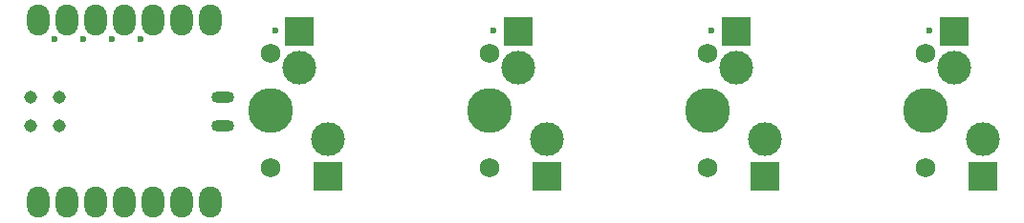
<source format=gbr>
G04 #@! TF.GenerationSoftware,KiCad,Pcbnew,8.0.6*
G04 #@! TF.CreationDate,2025-06-28T13:00:17+01:00*
G04 #@! TF.ProjectId,1x4,3178342e-6b69-4636-9164-5f7063625858,0.2*
G04 #@! TF.SameCoordinates,Original*
G04 #@! TF.FileFunction,Soldermask,Bot*
G04 #@! TF.FilePolarity,Negative*
%FSLAX46Y46*%
G04 Gerber Fmt 4.6, Leading zero omitted, Abs format (unit mm)*
G04 Created by KiCad (PCBNEW 8.0.6) date 2025-06-28 13:00:17*
%MOMM*%
%LPD*%
G01*
G04 APERTURE LIST*
%ADD10C,1.750000*%
%ADD11C,3.000000*%
%ADD12C,3.987800*%
%ADD13R,2.500000X2.550000*%
%ADD14O,1.998980X2.748280*%
%ADD15O,2.032000X1.016000*%
%ADD16C,1.143000*%
%ADD17C,0.600000*%
G04 APERTURE END LIST*
D10*
X99441000Y-58420000D03*
D11*
X101981000Y-59690000D03*
D12*
X99441000Y-63500000D03*
D11*
X104521000Y-66040000D03*
D10*
X99441000Y-68580000D03*
D13*
X101981000Y-56415000D03*
X104521000Y-69342000D03*
D10*
X118745000Y-58420000D03*
D11*
X121285000Y-59690000D03*
D12*
X118745000Y-63500000D03*
D11*
X123825000Y-66040000D03*
D10*
X118745000Y-68580000D03*
D13*
X121285000Y-56415000D03*
X123825000Y-69342000D03*
D10*
X80093934Y-58420000D03*
D11*
X82633934Y-59690000D03*
D12*
X80093934Y-63500000D03*
D11*
X85173934Y-66040000D03*
D10*
X80093934Y-68580000D03*
D13*
X82633934Y-56415000D03*
X85173934Y-69342000D03*
D10*
X138049000Y-58420000D03*
D11*
X140589000Y-59690000D03*
D12*
X138049000Y-63500000D03*
D11*
X143129000Y-66040000D03*
D10*
X138049000Y-68580000D03*
D13*
X140589000Y-56415000D03*
X143129000Y-69342000D03*
D14*
X59550000Y-55450000D03*
X62090000Y-55450000D03*
X64630000Y-55450000D03*
X67170000Y-55450000D03*
X69710000Y-55450000D03*
X72250000Y-55450000D03*
X74790000Y-55450000D03*
X74790000Y-71614560D03*
X72250000Y-71614560D03*
X69710000Y-71614560D03*
X67170000Y-71614560D03*
X64630000Y-71614560D03*
X62090000Y-71614560D03*
X59550000Y-71614560D03*
D15*
X75867820Y-62316880D03*
X75867820Y-64866880D03*
D16*
X58863633Y-62315683D03*
X58863633Y-64855683D03*
X61403633Y-62315683D03*
X61403633Y-64855683D03*
D17*
X80518000Y-56388000D03*
X60960000Y-57150000D03*
X66040000Y-57150000D03*
X119126000Y-56388000D03*
X68580000Y-57150000D03*
X138430000Y-56388000D03*
X99822000Y-56388000D03*
X63500000Y-57150000D03*
M02*

</source>
